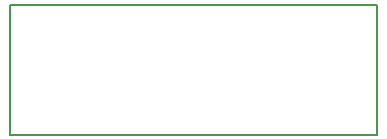
<source format=gbr>
%TF.GenerationSoftware,KiCad,Pcbnew,9.0.4*%
%TF.CreationDate,2025-09-14T00:07:07+02:00*%
%TF.ProjectId,charging-module-slim,63686172-6769-46e6-972d-6d6f64756c65,rev?*%
%TF.SameCoordinates,Original*%
%TF.FileFunction,Profile,NP*%
%FSLAX46Y46*%
G04 Gerber Fmt 4.6, Leading zero omitted, Abs format (unit mm)*
G04 Created by KiCad (PCBNEW 9.0.4) date 2025-09-14 00:07:07*
%MOMM*%
%LPD*%
G01*
G04 APERTURE LIST*
%TA.AperFunction,Profile*%
%ADD10C,0.200000*%
%TD*%
G04 APERTURE END LIST*
D10*
X24000000Y-95500000D02*
X55000000Y-95500000D01*
X55000000Y-106500000D01*
X24000000Y-106500000D01*
X24000000Y-95500000D01*
M02*

</source>
